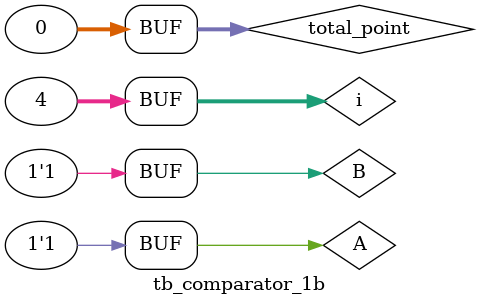
<source format=v>
module tb_comparator_1b;

wire less_or_eq;
reg A, B;
integer i;

comparator_1b uut (
    .less_or_eq    (    less_or_eq    ),
    .A      (    A      ),
    .B (B)
);

parameter PERIOD = 100;
integer total_point = 0;

initial begin
    $dumpfile("db_tb_comparator_1b.vcd");
    $dumpvars(0, tb_comparator_1b);
    #(PERIOD/2);

    for (i=0; i<=3; i=i+1)begin
        A = i[0];
        B = i[1];
        #(PERIOD/2);
        
        if (A > B) begin
            if (less_or_eq == 0) total_point = total_point + 1;
        end
            
        else begin
            if (less_or_eq == 1) total_point = total_point + 1;
        end
        end
end

endmodule

</source>
